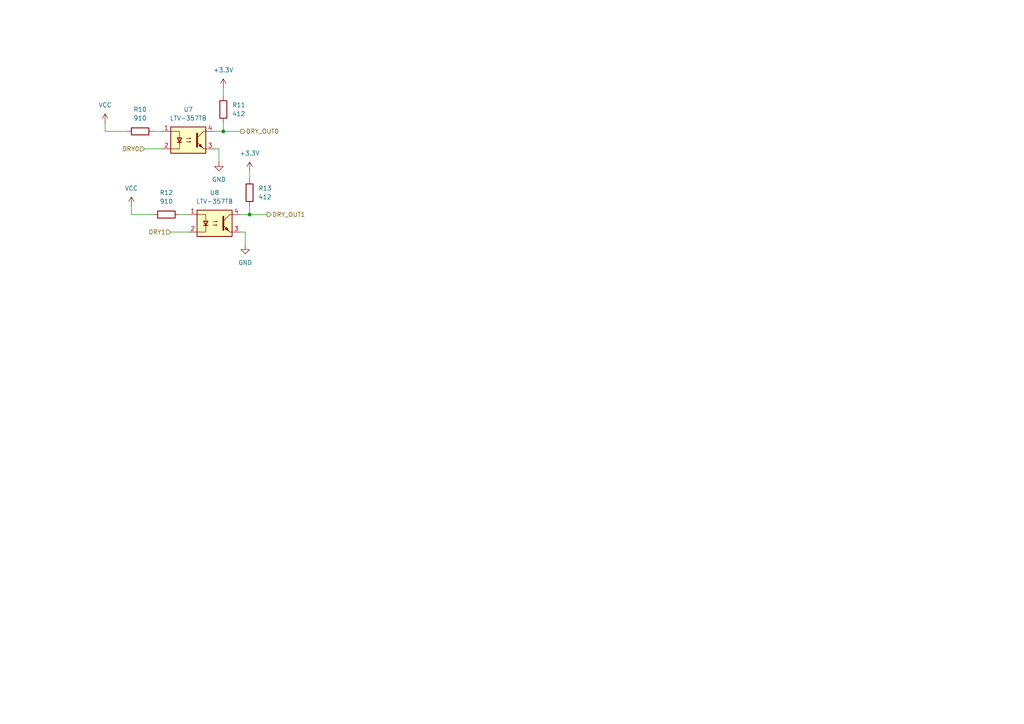
<source format=kicad_sch>
(kicad_sch
	(version 20250114)
	(generator "eeschema")
	(generator_version "9.0")
	(uuid "1512eb0c-2ebd-4a2b-857a-d2fbea940433")
	(paper "A4")
	(lib_symbols
		(symbol "Device:R"
			(pin_numbers
				(hide yes)
			)
			(pin_names
				(offset 0)
			)
			(exclude_from_sim no)
			(in_bom yes)
			(on_board yes)
			(property "Reference" "R"
				(at 2.032 0 90)
				(effects
					(font
						(size 1.27 1.27)
					)
				)
			)
			(property "Value" "R"
				(at 0 0 90)
				(effects
					(font
						(size 1.27 1.27)
					)
				)
			)
			(property "Footprint" ""
				(at -1.778 0 90)
				(effects
					(font
						(size 1.27 1.27)
					)
					(hide yes)
				)
			)
			(property "Datasheet" "~"
				(at 0 0 0)
				(effects
					(font
						(size 1.27 1.27)
					)
					(hide yes)
				)
			)
			(property "Description" "Resistor"
				(at 0 0 0)
				(effects
					(font
						(size 1.27 1.27)
					)
					(hide yes)
				)
			)
			(property "ki_keywords" "R res resistor"
				(at 0 0 0)
				(effects
					(font
						(size 1.27 1.27)
					)
					(hide yes)
				)
			)
			(property "ki_fp_filters" "R_*"
				(at 0 0 0)
				(effects
					(font
						(size 1.27 1.27)
					)
					(hide yes)
				)
			)
			(symbol "R_0_1"
				(rectangle
					(start -1.016 -2.54)
					(end 1.016 2.54)
					(stroke
						(width 0.254)
						(type default)
					)
					(fill
						(type none)
					)
				)
			)
			(symbol "R_1_1"
				(pin passive line
					(at 0 3.81 270)
					(length 1.27)
					(name "~"
						(effects
							(font
								(size 1.27 1.27)
							)
						)
					)
					(number "1"
						(effects
							(font
								(size 1.27 1.27)
							)
						)
					)
				)
				(pin passive line
					(at 0 -3.81 90)
					(length 1.27)
					(name "~"
						(effects
							(font
								(size 1.27 1.27)
							)
						)
					)
					(number "2"
						(effects
							(font
								(size 1.27 1.27)
							)
						)
					)
				)
			)
			(embedded_fonts no)
		)
		(symbol "Isolator:LTV-357T"
			(pin_names
				(offset 1.016)
			)
			(exclude_from_sim no)
			(in_bom yes)
			(on_board yes)
			(property "Reference" "U"
				(at -5.334 4.826 0)
				(effects
					(font
						(size 1.27 1.27)
					)
					(justify left)
				)
			)
			(property "Value" "LTV-357T"
				(at 0 5.08 0)
				(effects
					(font
						(size 1.27 1.27)
					)
					(justify left)
				)
			)
			(property "Footprint" "Package_SO:SO-4_4.4x3.6mm_P2.54mm"
				(at -5.08 -5.08 0)
				(effects
					(font
						(size 1.27 1.27)
						(italic yes)
					)
					(justify left)
					(hide yes)
				)
			)
			(property "Datasheet" "https://www.buerklin.com/medias/sys_master/download/download/h91/ha0/8892020588574.pdf"
				(at 0 0 0)
				(effects
					(font
						(size 1.27 1.27)
					)
					(justify left)
					(hide yes)
				)
			)
			(property "Description" "DC Optocoupler, Vce 35V, CTR 50%, SO-4"
				(at 0 0 0)
				(effects
					(font
						(size 1.27 1.27)
					)
					(hide yes)
				)
			)
			(property "ki_keywords" "NPN DC Optocoupler"
				(at 0 0 0)
				(effects
					(font
						(size 1.27 1.27)
					)
					(hide yes)
				)
			)
			(property "ki_fp_filters" "SO*4.4x3.6mm*P2.54mm*"
				(at 0 0 0)
				(effects
					(font
						(size 1.27 1.27)
					)
					(hide yes)
				)
			)
			(symbol "LTV-357T_0_1"
				(rectangle
					(start -5.08 3.81)
					(end 5.08 -3.81)
					(stroke
						(width 0.254)
						(type default)
					)
					(fill
						(type background)
					)
				)
				(polyline
					(pts
						(xy -5.08 2.54) (xy -2.54 2.54) (xy -2.54 -0.762)
					)
					(stroke
						(width 0)
						(type default)
					)
					(fill
						(type none)
					)
				)
				(polyline
					(pts
						(xy -3.175 -0.635) (xy -1.905 -0.635)
					)
					(stroke
						(width 0.254)
						(type default)
					)
					(fill
						(type none)
					)
				)
				(polyline
					(pts
						(xy -2.54 -0.635) (xy -2.54 -2.54) (xy -5.08 -2.54)
					)
					(stroke
						(width 0)
						(type default)
					)
					(fill
						(type none)
					)
				)
				(polyline
					(pts
						(xy -2.54 -0.635) (xy -3.175 0.635) (xy -1.905 0.635) (xy -2.54 -0.635)
					)
					(stroke
						(width 0.254)
						(type default)
					)
					(fill
						(type none)
					)
				)
				(polyline
					(pts
						(xy -0.508 0.508) (xy 0.762 0.508) (xy 0.381 0.381) (xy 0.381 0.635) (xy 0.762 0.508)
					)
					(stroke
						(width 0)
						(type default)
					)
					(fill
						(type none)
					)
				)
				(polyline
					(pts
						(xy -0.508 -0.508) (xy 0.762 -0.508) (xy 0.381 -0.635) (xy 0.381 -0.381) (xy 0.762 -0.508)
					)
					(stroke
						(width 0)
						(type default)
					)
					(fill
						(type none)
					)
				)
				(polyline
					(pts
						(xy 2.54 1.905) (xy 2.54 -1.905) (xy 2.54 -1.905)
					)
					(stroke
						(width 0.508)
						(type default)
					)
					(fill
						(type none)
					)
				)
				(polyline
					(pts
						(xy 2.54 0.635) (xy 4.445 2.54)
					)
					(stroke
						(width 0)
						(type default)
					)
					(fill
						(type none)
					)
				)
				(polyline
					(pts
						(xy 3.048 -1.651) (xy 3.556 -1.143) (xy 4.064 -2.159) (xy 3.048 -1.651) (xy 3.048 -1.651)
					)
					(stroke
						(width 0)
						(type default)
					)
					(fill
						(type outline)
					)
				)
				(polyline
					(pts
						(xy 4.445 2.54) (xy 5.08 2.54)
					)
					(stroke
						(width 0)
						(type default)
					)
					(fill
						(type none)
					)
				)
				(polyline
					(pts
						(xy 4.445 -2.54) (xy 2.54 -0.635)
					)
					(stroke
						(width 0)
						(type default)
					)
					(fill
						(type outline)
					)
				)
				(polyline
					(pts
						(xy 4.445 -2.54) (xy 5.08 -2.54)
					)
					(stroke
						(width 0)
						(type default)
					)
					(fill
						(type none)
					)
				)
			)
			(symbol "LTV-357T_1_1"
				(pin passive line
					(at -7.62 2.54 0)
					(length 2.54)
					(name "~"
						(effects
							(font
								(size 1.27 1.27)
							)
						)
					)
					(number "1"
						(effects
							(font
								(size 1.27 1.27)
							)
						)
					)
				)
				(pin passive line
					(at -7.62 -2.54 0)
					(length 2.54)
					(name "~"
						(effects
							(font
								(size 1.27 1.27)
							)
						)
					)
					(number "2"
						(effects
							(font
								(size 1.27 1.27)
							)
						)
					)
				)
				(pin passive line
					(at 7.62 2.54 180)
					(length 2.54)
					(name "~"
						(effects
							(font
								(size 1.27 1.27)
							)
						)
					)
					(number "4"
						(effects
							(font
								(size 1.27 1.27)
							)
						)
					)
				)
				(pin passive line
					(at 7.62 -2.54 180)
					(length 2.54)
					(name "~"
						(effects
							(font
								(size 1.27 1.27)
							)
						)
					)
					(number "3"
						(effects
							(font
								(size 1.27 1.27)
							)
						)
					)
				)
			)
			(embedded_fonts no)
		)
		(symbol "power:+3.3V"
			(power)
			(pin_numbers
				(hide yes)
			)
			(pin_names
				(offset 0)
				(hide yes)
			)
			(exclude_from_sim no)
			(in_bom yes)
			(on_board yes)
			(property "Reference" "#PWR"
				(at 0 -3.81 0)
				(effects
					(font
						(size 1.27 1.27)
					)
					(hide yes)
				)
			)
			(property "Value" "+3.3V"
				(at 0 3.556 0)
				(effects
					(font
						(size 1.27 1.27)
					)
				)
			)
			(property "Footprint" ""
				(at 0 0 0)
				(effects
					(font
						(size 1.27 1.27)
					)
					(hide yes)
				)
			)
			(property "Datasheet" ""
				(at 0 0 0)
				(effects
					(font
						(size 1.27 1.27)
					)
					(hide yes)
				)
			)
			(property "Description" "Power symbol creates a global label with name \"+3.3V\""
				(at 0 0 0)
				(effects
					(font
						(size 1.27 1.27)
					)
					(hide yes)
				)
			)
			(property "ki_keywords" "global power"
				(at 0 0 0)
				(effects
					(font
						(size 1.27 1.27)
					)
					(hide yes)
				)
			)
			(symbol "+3.3V_0_1"
				(polyline
					(pts
						(xy -0.762 1.27) (xy 0 2.54)
					)
					(stroke
						(width 0)
						(type default)
					)
					(fill
						(type none)
					)
				)
				(polyline
					(pts
						(xy 0 2.54) (xy 0.762 1.27)
					)
					(stroke
						(width 0)
						(type default)
					)
					(fill
						(type none)
					)
				)
				(polyline
					(pts
						(xy 0 0) (xy 0 2.54)
					)
					(stroke
						(width 0)
						(type default)
					)
					(fill
						(type none)
					)
				)
			)
			(symbol "+3.3V_1_1"
				(pin power_in line
					(at 0 0 90)
					(length 0)
					(name "~"
						(effects
							(font
								(size 1.27 1.27)
							)
						)
					)
					(number "1"
						(effects
							(font
								(size 1.27 1.27)
							)
						)
					)
				)
			)
			(embedded_fonts no)
		)
		(symbol "power:GND"
			(power)
			(pin_numbers
				(hide yes)
			)
			(pin_names
				(offset 0)
				(hide yes)
			)
			(exclude_from_sim no)
			(in_bom yes)
			(on_board yes)
			(property "Reference" "#PWR"
				(at 0 -6.35 0)
				(effects
					(font
						(size 1.27 1.27)
					)
					(hide yes)
				)
			)
			(property "Value" "GND"
				(at 0 -3.81 0)
				(effects
					(font
						(size 1.27 1.27)
					)
				)
			)
			(property "Footprint" ""
				(at 0 0 0)
				(effects
					(font
						(size 1.27 1.27)
					)
					(hide yes)
				)
			)
			(property "Datasheet" ""
				(at 0 0 0)
				(effects
					(font
						(size 1.27 1.27)
					)
					(hide yes)
				)
			)
			(property "Description" "Power symbol creates a global label with name \"GND\" , ground"
				(at 0 0 0)
				(effects
					(font
						(size 1.27 1.27)
					)
					(hide yes)
				)
			)
			(property "ki_keywords" "global power"
				(at 0 0 0)
				(effects
					(font
						(size 1.27 1.27)
					)
					(hide yes)
				)
			)
			(symbol "GND_0_1"
				(polyline
					(pts
						(xy 0 0) (xy 0 -1.27) (xy 1.27 -1.27) (xy 0 -2.54) (xy -1.27 -1.27) (xy 0 -1.27)
					)
					(stroke
						(width 0)
						(type default)
					)
					(fill
						(type none)
					)
				)
			)
			(symbol "GND_1_1"
				(pin power_in line
					(at 0 0 270)
					(length 0)
					(name "~"
						(effects
							(font
								(size 1.27 1.27)
							)
						)
					)
					(number "1"
						(effects
							(font
								(size 1.27 1.27)
							)
						)
					)
				)
			)
			(embedded_fonts no)
		)
		(symbol "power:VCC"
			(power)
			(pin_numbers
				(hide yes)
			)
			(pin_names
				(offset 0)
				(hide yes)
			)
			(exclude_from_sim no)
			(in_bom yes)
			(on_board yes)
			(property "Reference" "#PWR"
				(at 0 -3.81 0)
				(effects
					(font
						(size 1.27 1.27)
					)
					(hide yes)
				)
			)
			(property "Value" "VCC"
				(at 0 3.556 0)
				(effects
					(font
						(size 1.27 1.27)
					)
				)
			)
			(property "Footprint" ""
				(at 0 0 0)
				(effects
					(font
						(size 1.27 1.27)
					)
					(hide yes)
				)
			)
			(property "Datasheet" ""
				(at 0 0 0)
				(effects
					(font
						(size 1.27 1.27)
					)
					(hide yes)
				)
			)
			(property "Description" "Power symbol creates a global label with name \"VCC\""
				(at 0 0 0)
				(effects
					(font
						(size 1.27 1.27)
					)
					(hide yes)
				)
			)
			(property "ki_keywords" "global power"
				(at 0 0 0)
				(effects
					(font
						(size 1.27 1.27)
					)
					(hide yes)
				)
			)
			(symbol "VCC_0_1"
				(polyline
					(pts
						(xy -0.762 1.27) (xy 0 2.54)
					)
					(stroke
						(width 0)
						(type default)
					)
					(fill
						(type none)
					)
				)
				(polyline
					(pts
						(xy 0 2.54) (xy 0.762 1.27)
					)
					(stroke
						(width 0)
						(type default)
					)
					(fill
						(type none)
					)
				)
				(polyline
					(pts
						(xy 0 0) (xy 0 2.54)
					)
					(stroke
						(width 0)
						(type default)
					)
					(fill
						(type none)
					)
				)
			)
			(symbol "VCC_1_1"
				(pin power_in line
					(at 0 0 90)
					(length 0)
					(name "~"
						(effects
							(font
								(size 1.27 1.27)
							)
						)
					)
					(number "1"
						(effects
							(font
								(size 1.27 1.27)
							)
						)
					)
				)
			)
			(embedded_fonts no)
		)
	)
	(junction
		(at 64.77 38.1)
		(diameter 0)
		(color 0 0 0 0)
		(uuid "3d57e0dd-d401-4e2c-be7b-17c89af25b49")
	)
	(junction
		(at 72.39 62.23)
		(diameter 0)
		(color 0 0 0 0)
		(uuid "8a469fae-47db-4bf8-ada3-87feb055e452")
	)
	(wire
		(pts
			(xy 71.12 67.31) (xy 69.85 67.31)
		)
		(stroke
			(width 0)
			(type default)
		)
		(uuid "03325bdf-b61f-4e0d-b5f1-6a081ef09f85")
	)
	(wire
		(pts
			(xy 64.77 38.1) (xy 69.85 38.1)
		)
		(stroke
			(width 0)
			(type default)
		)
		(uuid "07473361-234c-43b1-ab4e-de7f58d1b6cb")
	)
	(wire
		(pts
			(xy 30.48 35.56) (xy 30.48 38.1)
		)
		(stroke
			(width 0)
			(type default)
		)
		(uuid "26bc3504-4066-4e82-b69c-772dbb6d4563")
	)
	(wire
		(pts
			(xy 72.39 62.23) (xy 72.39 59.69)
		)
		(stroke
			(width 0)
			(type default)
		)
		(uuid "3707cd0c-af0e-4774-883d-a6545775df0e")
	)
	(wire
		(pts
			(xy 41.91 43.18) (xy 46.99 43.18)
		)
		(stroke
			(width 0)
			(type default)
		)
		(uuid "4979ef6a-299a-4bfc-a115-0d62a41051a9")
	)
	(wire
		(pts
			(xy 72.39 62.23) (xy 77.47 62.23)
		)
		(stroke
			(width 0)
			(type default)
		)
		(uuid "587bc616-e1df-4232-99a6-08b02c743997")
	)
	(wire
		(pts
			(xy 38.1 62.23) (xy 44.45 62.23)
		)
		(stroke
			(width 0)
			(type default)
		)
		(uuid "837cfd8a-97c3-4af6-9a33-afe9d6b74171")
	)
	(wire
		(pts
			(xy 30.48 38.1) (xy 36.83 38.1)
		)
		(stroke
			(width 0)
			(type default)
		)
		(uuid "9e43362b-b85f-428e-9d72-7868f1b5344d")
	)
	(wire
		(pts
			(xy 63.5 43.18) (xy 62.23 43.18)
		)
		(stroke
			(width 0)
			(type default)
		)
		(uuid "b38c28b8-0fa5-4dcc-a53e-344a8cfd2ae4")
	)
	(wire
		(pts
			(xy 64.77 25.4) (xy 64.77 27.94)
		)
		(stroke
			(width 0)
			(type default)
		)
		(uuid "d1fac30a-4d73-4058-9092-3f7d05751d93")
	)
	(wire
		(pts
			(xy 63.5 46.99) (xy 63.5 43.18)
		)
		(stroke
			(width 0)
			(type default)
		)
		(uuid "d7105d63-1084-45e0-83fb-ce24c8fca868")
	)
	(wire
		(pts
			(xy 49.53 67.31) (xy 54.61 67.31)
		)
		(stroke
			(width 0)
			(type default)
		)
		(uuid "d8fac82f-7220-47f5-bd45-19bf8da68283")
	)
	(wire
		(pts
			(xy 38.1 59.69) (xy 38.1 62.23)
		)
		(stroke
			(width 0)
			(type default)
		)
		(uuid "dea382ea-2121-4764-a52e-3103d7159538")
	)
	(wire
		(pts
			(xy 62.23 38.1) (xy 64.77 38.1)
		)
		(stroke
			(width 0)
			(type default)
		)
		(uuid "eef8a03e-2157-485f-bf03-85fb42acc592")
	)
	(wire
		(pts
			(xy 64.77 38.1) (xy 64.77 35.56)
		)
		(stroke
			(width 0)
			(type default)
		)
		(uuid "ef8bd105-1836-4720-9eac-307e86c462b3")
	)
	(wire
		(pts
			(xy 69.85 62.23) (xy 72.39 62.23)
		)
		(stroke
			(width 0)
			(type default)
		)
		(uuid "f413c8d9-bfff-4341-b436-81b6ade53f77")
	)
	(wire
		(pts
			(xy 44.45 38.1) (xy 46.99 38.1)
		)
		(stroke
			(width 0)
			(type default)
		)
		(uuid "f46d54f9-b4cd-429a-aa78-9fc910ae8ed0")
	)
	(wire
		(pts
			(xy 52.07 62.23) (xy 54.61 62.23)
		)
		(stroke
			(width 0)
			(type default)
		)
		(uuid "f7a6159d-80e4-42da-8831-eb8f5e3f3efe")
	)
	(wire
		(pts
			(xy 72.39 49.53) (xy 72.39 52.07)
		)
		(stroke
			(width 0)
			(type default)
		)
		(uuid "f8ebc453-eb61-49e2-90ea-1a1ab37c9d35")
	)
	(wire
		(pts
			(xy 71.12 71.12) (xy 71.12 67.31)
		)
		(stroke
			(width 0)
			(type default)
		)
		(uuid "f97d7379-2d9e-4d3e-9808-73cc1cb751d2")
	)
	(hierarchical_label "DRY_OUT1"
		(shape output)
		(at 77.47 62.23 0)
		(effects
			(font
				(size 1.27 1.27)
			)
			(justify left)
		)
		(uuid "13ad538e-eb2f-4af9-adef-34cbd8ed489c")
	)
	(hierarchical_label "DRY_OUT0"
		(shape output)
		(at 69.85 38.1 0)
		(effects
			(font
				(size 1.27 1.27)
			)
			(justify left)
		)
		(uuid "810010d4-f931-42a5-96d8-dd02a0392ad6")
	)
	(hierarchical_label "DRY0"
		(shape input)
		(at 41.91 43.18 180)
		(effects
			(font
				(size 1.27 1.27)
			)
			(justify right)
		)
		(uuid "e001ba9a-9c9b-4374-b8b9-d85814f9ef12")
	)
	(hierarchical_label "DRY1"
		(shape input)
		(at 49.53 67.31 180)
		(effects
			(font
				(size 1.27 1.27)
			)
			(justify right)
		)
		(uuid "e64de4c0-e32b-493b-ae35-6959f6699371")
	)
	(symbol
		(lib_id "Device:R")
		(at 64.77 31.75 180)
		(unit 1)
		(exclude_from_sim no)
		(in_bom yes)
		(on_board yes)
		(dnp no)
		(fields_autoplaced yes)
		(uuid "358a3407-699a-449b-8f94-0b1618813dc5")
		(property "Reference" "R11"
			(at 67.31 30.4799 0)
			(effects
				(font
					(size 1.27 1.27)
				)
				(justify right)
			)
		)
		(property "Value" "412"
			(at 67.31 33.0199 0)
			(effects
				(font
					(size 1.27 1.27)
				)
				(justify right)
			)
		)
		(property "Footprint" ""
			(at 66.548 31.75 90)
			(effects
				(font
					(size 1.27 1.27)
				)
				(hide yes)
			)
		)
		(property "Datasheet" "~"
			(at 64.77 31.75 0)
			(effects
				(font
					(size 1.27 1.27)
				)
				(hide yes)
			)
		)
		(property "Description" "Resistor"
			(at 64.77 31.75 0)
			(effects
				(font
					(size 1.27 1.27)
				)
				(hide yes)
			)
		)
		(pin "1"
			(uuid "a3dbcf10-af81-491e-9a53-edc1a9ba2e7b")
		)
		(pin "2"
			(uuid "e6f0e4ab-0026-490b-bdd7-fb918463cffb")
		)
		(instances
			(project "NIVARA"
				(path "/ff64f013-32cc-4b27-a03f-45a540688198/1d6a0d55-124c-4c27-8d03-8c1521f03c11/8cce6a96-91ca-4210-895a-ad14a4e1c924"
					(reference "R11")
					(unit 1)
				)
			)
		)
	)
	(symbol
		(lib_id "power:+3.3V")
		(at 64.77 25.4 0)
		(unit 1)
		(exclude_from_sim no)
		(in_bom yes)
		(on_board yes)
		(dnp no)
		(fields_autoplaced yes)
		(uuid "43d2a63a-8791-4041-a987-4fadb05ac615")
		(property "Reference" "#PWR035"
			(at 64.77 29.21 0)
			(effects
				(font
					(size 1.27 1.27)
				)
				(hide yes)
			)
		)
		(property "Value" "+3.3V"
			(at 64.77 20.32 0)
			(effects
				(font
					(size 1.27 1.27)
				)
			)
		)
		(property "Footprint" ""
			(at 64.77 25.4 0)
			(effects
				(font
					(size 1.27 1.27)
				)
				(hide yes)
			)
		)
		(property "Datasheet" ""
			(at 64.77 25.4 0)
			(effects
				(font
					(size 1.27 1.27)
				)
				(hide yes)
			)
		)
		(property "Description" "Power symbol creates a global label with name \"+3.3V\""
			(at 64.77 25.4 0)
			(effects
				(font
					(size 1.27 1.27)
				)
				(hide yes)
			)
		)
		(pin "1"
			(uuid "f4150437-3b6f-4d2a-8058-1313413c74c8")
		)
		(instances
			(project "NIVARA"
				(path "/ff64f013-32cc-4b27-a03f-45a540688198/1d6a0d55-124c-4c27-8d03-8c1521f03c11/8cce6a96-91ca-4210-895a-ad14a4e1c924"
					(reference "#PWR035")
					(unit 1)
				)
			)
		)
	)
	(symbol
		(lib_id "power:+3.3V")
		(at 72.39 49.53 0)
		(unit 1)
		(exclude_from_sim no)
		(in_bom yes)
		(on_board yes)
		(dnp no)
		(fields_autoplaced yes)
		(uuid "515384e8-a0b6-43b5-a391-74963c0a40c4")
		(property "Reference" "#PWR040"
			(at 72.39 53.34 0)
			(effects
				(font
					(size 1.27 1.27)
				)
				(hide yes)
			)
		)
		(property "Value" "+3.3V"
			(at 72.39 44.45 0)
			(effects
				(font
					(size 1.27 1.27)
				)
			)
		)
		(property "Footprint" ""
			(at 72.39 49.53 0)
			(effects
				(font
					(size 1.27 1.27)
				)
				(hide yes)
			)
		)
		(property "Datasheet" ""
			(at 72.39 49.53 0)
			(effects
				(font
					(size 1.27 1.27)
				)
				(hide yes)
			)
		)
		(property "Description" "Power symbol creates a global label with name \"+3.3V\""
			(at 72.39 49.53 0)
			(effects
				(font
					(size 1.27 1.27)
				)
				(hide yes)
			)
		)
		(pin "1"
			(uuid "ff07c4d4-6502-4fdb-8b8c-184ad6761029")
		)
		(instances
			(project "NIVARA"
				(path "/ff64f013-32cc-4b27-a03f-45a540688198/1d6a0d55-124c-4c27-8d03-8c1521f03c11/8cce6a96-91ca-4210-895a-ad14a4e1c924"
					(reference "#PWR040")
					(unit 1)
				)
			)
		)
	)
	(symbol
		(lib_id "power:VCC")
		(at 30.48 35.56 0)
		(unit 1)
		(exclude_from_sim no)
		(in_bom yes)
		(on_board yes)
		(dnp no)
		(fields_autoplaced yes)
		(uuid "5b957901-846e-4717-87bd-00d657e0689b")
		(property "Reference" "#PWR036"
			(at 30.48 39.37 0)
			(effects
				(font
					(size 1.27 1.27)
				)
				(hide yes)
			)
		)
		(property "Value" "VCC"
			(at 30.48 30.48 0)
			(effects
				(font
					(size 1.27 1.27)
				)
			)
		)
		(property "Footprint" ""
			(at 30.48 35.56 0)
			(effects
				(font
					(size 1.27 1.27)
				)
				(hide yes)
			)
		)
		(property "Datasheet" ""
			(at 30.48 35.56 0)
			(effects
				(font
					(size 1.27 1.27)
				)
				(hide yes)
			)
		)
		(property "Description" "Power symbol creates a global label with name \"VCC\""
			(at 30.48 35.56 0)
			(effects
				(font
					(size 1.27 1.27)
				)
				(hide yes)
			)
		)
		(pin "1"
			(uuid "e05993cf-8081-4d96-bdb4-166486b43f9d")
		)
		(instances
			(project "NIVARA"
				(path "/ff64f013-32cc-4b27-a03f-45a540688198/1d6a0d55-124c-4c27-8d03-8c1521f03c11/8cce6a96-91ca-4210-895a-ad14a4e1c924"
					(reference "#PWR036")
					(unit 1)
				)
			)
		)
	)
	(symbol
		(lib_id "Isolator:LTV-357T")
		(at 54.61 40.64 0)
		(unit 1)
		(exclude_from_sim no)
		(in_bom yes)
		(on_board yes)
		(dnp no)
		(fields_autoplaced yes)
		(uuid "8941b3df-0541-422d-8b8d-b7d5eaa80e50")
		(property "Reference" "U7"
			(at 54.61 31.75 0)
			(effects
				(font
					(size 1.27 1.27)
				)
			)
		)
		(property "Value" "LTV-357TB"
			(at 54.61 34.29 0)
			(effects
				(font
					(size 1.27 1.27)
				)
			)
		)
		(property "Footprint" "Package_SO:SO-4_4.4x3.6mm_P2.54mm"
			(at 49.53 45.72 0)
			(effects
				(font
					(size 1.27 1.27)
					(italic yes)
				)
				(justify left)
				(hide yes)
			)
		)
		(property "Datasheet" "https://www.buerklin.com/medias/sys_master/download/download/h91/ha0/8892020588574.pdf"
			(at 54.61 40.64 0)
			(effects
				(font
					(size 1.27 1.27)
				)
				(justify left)
				(hide yes)
			)
		)
		(property "Description" "DC Optocoupler, Vce 35V, CTR 50%, SO-4"
			(at 54.61 40.64 0)
			(effects
				(font
					(size 1.27 1.27)
				)
				(hide yes)
			)
		)
		(pin "3"
			(uuid "d398a175-b7a8-4eb7-8193-6551d94ee85c")
		)
		(pin "1"
			(uuid "10d552bf-ee51-4f11-bf5e-4a0f6649795a")
		)
		(pin "2"
			(uuid "96c47374-73ea-4071-85c2-dded1a153366")
		)
		(pin "4"
			(uuid "33c9c732-4990-4709-8943-fe582073e77d")
		)
		(instances
			(project "NIVARA"
				(path "/ff64f013-32cc-4b27-a03f-45a540688198/1d6a0d55-124c-4c27-8d03-8c1521f03c11/8cce6a96-91ca-4210-895a-ad14a4e1c924"
					(reference "U7")
					(unit 1)
				)
			)
		)
	)
	(symbol
		(lib_id "Device:R")
		(at 72.39 55.88 180)
		(unit 1)
		(exclude_from_sim no)
		(in_bom yes)
		(on_board yes)
		(dnp no)
		(fields_autoplaced yes)
		(uuid "8f920f08-0501-490e-b9ec-230fea39de69")
		(property "Reference" "R13"
			(at 74.93 54.6099 0)
			(effects
				(font
					(size 1.27 1.27)
				)
				(justify right)
			)
		)
		(property "Value" "412"
			(at 74.93 57.1499 0)
			(effects
				(font
					(size 1.27 1.27)
				)
				(justify right)
			)
		)
		(property "Footprint" ""
			(at 74.168 55.88 90)
			(effects
				(font
					(size 1.27 1.27)
				)
				(hide yes)
			)
		)
		(property "Datasheet" "~"
			(at 72.39 55.88 0)
			(effects
				(font
					(size 1.27 1.27)
				)
				(hide yes)
			)
		)
		(property "Description" "Resistor"
			(at 72.39 55.88 0)
			(effects
				(font
					(size 1.27 1.27)
				)
				(hide yes)
			)
		)
		(pin "1"
			(uuid "5f634ea2-2ed1-47a8-94db-f2cdc200aa4e")
		)
		(pin "2"
			(uuid "b1c645b3-cd8b-4c75-95eb-9652e8d88576")
		)
		(instances
			(project "NIVARA"
				(path "/ff64f013-32cc-4b27-a03f-45a540688198/1d6a0d55-124c-4c27-8d03-8c1521f03c11/8cce6a96-91ca-4210-895a-ad14a4e1c924"
					(reference "R13")
					(unit 1)
				)
			)
		)
	)
	(symbol
		(lib_id "Device:R")
		(at 40.64 38.1 90)
		(unit 1)
		(exclude_from_sim no)
		(in_bom yes)
		(on_board yes)
		(dnp no)
		(fields_autoplaced yes)
		(uuid "9b8b309d-8756-4545-9967-c26c9642e73c")
		(property "Reference" "R10"
			(at 40.64 31.75 90)
			(effects
				(font
					(size 1.27 1.27)
				)
			)
		)
		(property "Value" "910"
			(at 40.64 34.29 90)
			(effects
				(font
					(size 1.27 1.27)
				)
			)
		)
		(property "Footprint" "Resistor_SMD:R_0603_1608Metric"
			(at 40.64 39.878 90)
			(effects
				(font
					(size 1.27 1.27)
				)
				(hide yes)
			)
		)
		(property "Datasheet" "~"
			(at 40.64 38.1 0)
			(effects
				(font
					(size 1.27 1.27)
				)
				(hide yes)
			)
		)
		(property "Description" "Resistor"
			(at 40.64 38.1 0)
			(effects
				(font
					(size 1.27 1.27)
				)
				(hide yes)
			)
		)
		(property "LCSC#" "C114670"
			(at 40.64 38.1 90)
			(effects
				(font
					(size 1.27 1.27)
				)
				(hide yes)
			)
		)
		(pin "1"
			(uuid "c04e6976-b35b-429a-bf3f-3b69dccb7b9f")
		)
		(pin "2"
			(uuid "06394ec1-ac1a-4f4d-82aa-4c8f2c291a91")
		)
		(instances
			(project "NIVARA"
				(path "/ff64f013-32cc-4b27-a03f-45a540688198/1d6a0d55-124c-4c27-8d03-8c1521f03c11/8cce6a96-91ca-4210-895a-ad14a4e1c924"
					(reference "R10")
					(unit 1)
				)
			)
		)
	)
	(symbol
		(lib_id "Device:R")
		(at 48.26 62.23 90)
		(unit 1)
		(exclude_from_sim no)
		(in_bom yes)
		(on_board yes)
		(dnp no)
		(fields_autoplaced yes)
		(uuid "a1eb8860-1fd9-48cb-9d1a-78190e546557")
		(property "Reference" "R12"
			(at 48.26 55.88 90)
			(effects
				(font
					(size 1.27 1.27)
				)
			)
		)
		(property "Value" "910"
			(at 48.26 58.42 90)
			(effects
				(font
					(size 1.27 1.27)
				)
			)
		)
		(property "Footprint" "Resistor_SMD:R_0603_1608Metric"
			(at 48.26 64.008 90)
			(effects
				(font
					(size 1.27 1.27)
				)
				(hide yes)
			)
		)
		(property "Datasheet" "~"
			(at 48.26 62.23 0)
			(effects
				(font
					(size 1.27 1.27)
				)
				(hide yes)
			)
		)
		(property "Description" "Resistor"
			(at 48.26 62.23 0)
			(effects
				(font
					(size 1.27 1.27)
				)
				(hide yes)
			)
		)
		(property "LCSC#" "C114670"
			(at 48.26 62.23 90)
			(effects
				(font
					(size 1.27 1.27)
				)
				(hide yes)
			)
		)
		(pin "1"
			(uuid "68e9a137-5698-4820-ba00-f4d0ba292513")
		)
		(pin "2"
			(uuid "bbc7be1e-06cf-41de-9735-7b0c11de5c3a")
		)
		(instances
			(project "NIVARA"
				(path "/ff64f013-32cc-4b27-a03f-45a540688198/1d6a0d55-124c-4c27-8d03-8c1521f03c11/8cce6a96-91ca-4210-895a-ad14a4e1c924"
					(reference "R12")
					(unit 1)
				)
			)
		)
	)
	(symbol
		(lib_id "power:GND")
		(at 63.5 46.99 0)
		(unit 1)
		(exclude_from_sim no)
		(in_bom yes)
		(on_board yes)
		(dnp no)
		(fields_autoplaced yes)
		(uuid "ac77745a-014e-424a-ba49-347c4b6959e4")
		(property "Reference" "#PWR034"
			(at 63.5 53.34 0)
			(effects
				(font
					(size 1.27 1.27)
				)
				(hide yes)
			)
		)
		(property "Value" "GND"
			(at 63.5 52.07 0)
			(effects
				(font
					(size 1.27 1.27)
				)
			)
		)
		(property "Footprint" ""
			(at 63.5 46.99 0)
			(effects
				(font
					(size 1.27 1.27)
				)
				(hide yes)
			)
		)
		(property "Datasheet" ""
			(at 63.5 46.99 0)
			(effects
				(font
					(size 1.27 1.27)
				)
				(hide yes)
			)
		)
		(property "Description" "Power symbol creates a global label with name \"GND\" , ground"
			(at 63.5 46.99 0)
			(effects
				(font
					(size 1.27 1.27)
				)
				(hide yes)
			)
		)
		(pin "1"
			(uuid "3ad1c69d-348e-4cc3-82b3-6bb3132c8356")
		)
		(instances
			(project "NIVARA"
				(path "/ff64f013-32cc-4b27-a03f-45a540688198/1d6a0d55-124c-4c27-8d03-8c1521f03c11/8cce6a96-91ca-4210-895a-ad14a4e1c924"
					(reference "#PWR034")
					(unit 1)
				)
			)
		)
	)
	(symbol
		(lib_id "power:GND")
		(at 71.12 71.12 0)
		(unit 1)
		(exclude_from_sim no)
		(in_bom yes)
		(on_board yes)
		(dnp no)
		(fields_autoplaced yes)
		(uuid "d22b6c30-7b6f-485e-8b21-5fbd33af130f")
		(property "Reference" "#PWR039"
			(at 71.12 77.47 0)
			(effects
				(font
					(size 1.27 1.27)
				)
				(hide yes)
			)
		)
		(property "Value" "GND"
			(at 71.12 76.2 0)
			(effects
				(font
					(size 1.27 1.27)
				)
			)
		)
		(property "Footprint" ""
			(at 71.12 71.12 0)
			(effects
				(font
					(size 1.27 1.27)
				)
				(hide yes)
			)
		)
		(property "Datasheet" ""
			(at 71.12 71.12 0)
			(effects
				(font
					(size 1.27 1.27)
				)
				(hide yes)
			)
		)
		(property "Description" "Power symbol creates a global label with name \"GND\" , ground"
			(at 71.12 71.12 0)
			(effects
				(font
					(size 1.27 1.27)
				)
				(hide yes)
			)
		)
		(pin "1"
			(uuid "6d8a03ec-8f3c-4c11-a5de-0956a777f94f")
		)
		(instances
			(project "NIVARA"
				(path "/ff64f013-32cc-4b27-a03f-45a540688198/1d6a0d55-124c-4c27-8d03-8c1521f03c11/8cce6a96-91ca-4210-895a-ad14a4e1c924"
					(reference "#PWR039")
					(unit 1)
				)
			)
		)
	)
	(symbol
		(lib_id "Isolator:LTV-357T")
		(at 62.23 64.77 0)
		(unit 1)
		(exclude_from_sim no)
		(in_bom yes)
		(on_board yes)
		(dnp no)
		(fields_autoplaced yes)
		(uuid "dbe8753d-1c00-47d0-ac20-3e2b515fb6b8")
		(property "Reference" "U8"
			(at 62.23 55.88 0)
			(effects
				(font
					(size 1.27 1.27)
				)
			)
		)
		(property "Value" "LTV-357TB"
			(at 62.23 58.42 0)
			(effects
				(font
					(size 1.27 1.27)
				)
			)
		)
		(property "Footprint" "Package_SO:SO-4_4.4x3.6mm_P2.54mm"
			(at 57.15 69.85 0)
			(effects
				(font
					(size 1.27 1.27)
					(italic yes)
				)
				(justify left)
				(hide yes)
			)
		)
		(property "Datasheet" "https://www.buerklin.com/medias/sys_master/download/download/h91/ha0/8892020588574.pdf"
			(at 62.23 64.77 0)
			(effects
				(font
					(size 1.27 1.27)
				)
				(justify left)
				(hide yes)
			)
		)
		(property "Description" "DC Optocoupler, Vce 35V, CTR 50%, SO-4"
			(at 62.23 64.77 0)
			(effects
				(font
					(size 1.27 1.27)
				)
				(hide yes)
			)
		)
		(pin "3"
			(uuid "38435426-6f92-43f3-90a4-91ce37b64443")
		)
		(pin "1"
			(uuid "45083ab3-5e5b-45be-afd7-325f389ba47d")
		)
		(pin "2"
			(uuid "eb92de25-0e4b-4f17-a6be-6581d809be22")
		)
		(pin "4"
			(uuid "51e08f23-f29c-46e0-954f-2816d2bd0228")
		)
		(instances
			(project "NIVARA"
				(path "/ff64f013-32cc-4b27-a03f-45a540688198/1d6a0d55-124c-4c27-8d03-8c1521f03c11/8cce6a96-91ca-4210-895a-ad14a4e1c924"
					(reference "U8")
					(unit 1)
				)
			)
		)
	)
	(symbol
		(lib_id "power:VCC")
		(at 38.1 59.69 0)
		(unit 1)
		(exclude_from_sim no)
		(in_bom yes)
		(on_board yes)
		(dnp no)
		(fields_autoplaced yes)
		(uuid "eddf6537-9ca0-4c2b-b65f-3286c168bc02")
		(property "Reference" "#PWR037"
			(at 38.1 63.5 0)
			(effects
				(font
					(size 1.27 1.27)
				)
				(hide yes)
			)
		)
		(property "Value" "VCC"
			(at 38.1 54.61 0)
			(effects
				(font
					(size 1.27 1.27)
				)
			)
		)
		(property "Footprint" ""
			(at 38.1 59.69 0)
			(effects
				(font
					(size 1.27 1.27)
				)
				(hide yes)
			)
		)
		(property "Datasheet" ""
			(at 38.1 59.69 0)
			(effects
				(font
					(size 1.27 1.27)
				)
				(hide yes)
			)
		)
		(property "Description" "Power symbol creates a global label with name \"VCC\""
			(at 38.1 59.69 0)
			(effects
				(font
					(size 1.27 1.27)
				)
				(hide yes)
			)
		)
		(pin "1"
			(uuid "8bef2c54-ba7e-4da3-a141-52068c072062")
		)
		(instances
			(project "NIVARA"
				(path "/ff64f013-32cc-4b27-a03f-45a540688198/1d6a0d55-124c-4c27-8d03-8c1521f03c11/8cce6a96-91ca-4210-895a-ad14a4e1c924"
					(reference "#PWR037")
					(unit 1)
				)
			)
		)
	)
)

</source>
